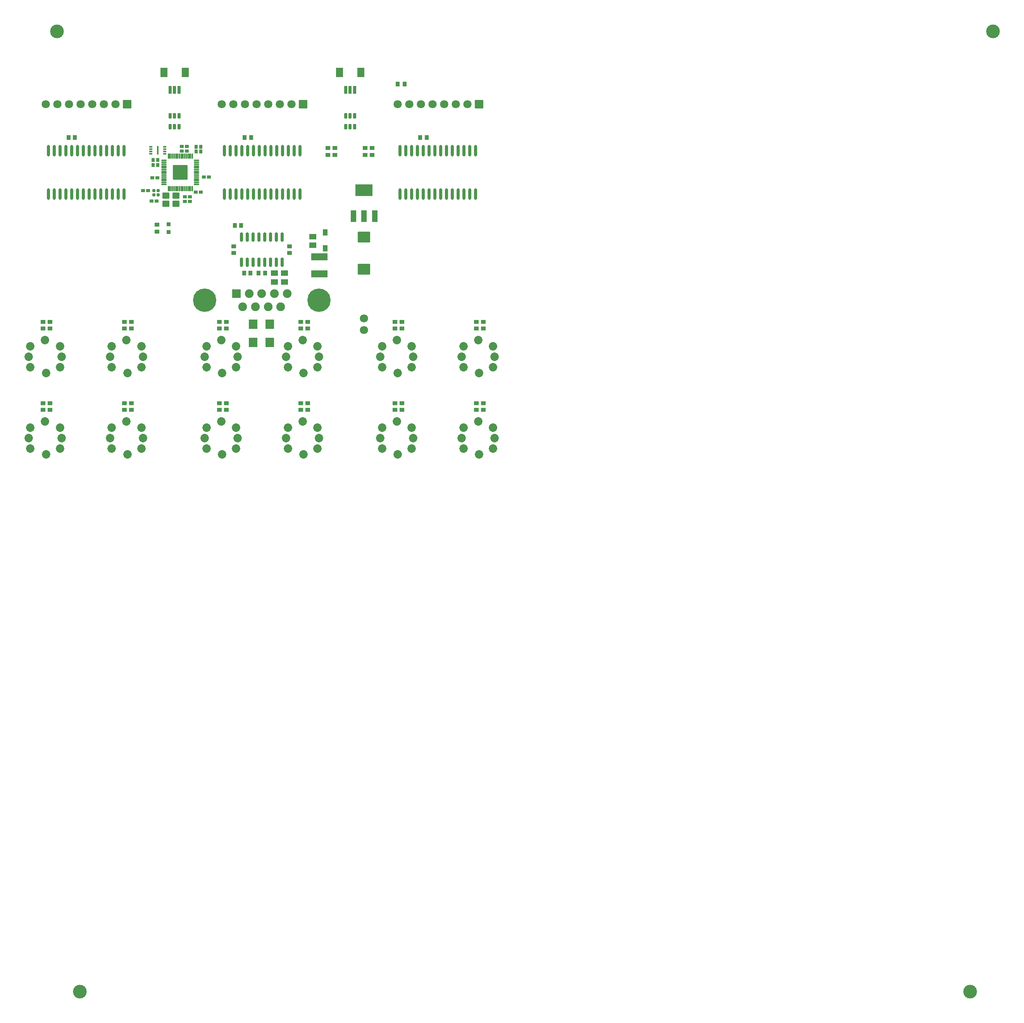
<source format=gts>
G04 Layer: TopSolderMaskLayer*
G04 EasyEDA v6.5.29, 2023-07-19 22:01:03*
G04 8eb2f2613b91424b8de75a29ec9d0e09,5a6b42c53f6a479593ecc07194224c93,10*
G04 Gerber Generator version 0.2*
G04 Scale: 100 percent, Rotated: No, Reflected: No *
G04 Dimensions in millimeters *
G04 leading zeros omitted , absolute positions ,4 integer and 5 decimal *
%FSLAX45Y45*%
%MOMM*%

%AMMACRO1*1,1,$1,$2,$3*1,1,$1,$4,$5*1,1,$1,0-$2,0-$3*1,1,$1,0-$4,0-$5*20,1,$1,$2,$3,$4,$5,0*20,1,$1,$4,$5,0-$2,0-$3,0*20,1,$1,0-$2,0-$3,0-$4,0-$5,0*20,1,$1,0-$4,0-$5,$2,$3,0*4,1,4,$2,$3,$4,$5,0-$2,0-$3,0-$4,0-$5,$2,$3,0*%
%ADD10MACRO1,0.1016X-0.266X0.536X0.266X0.536*%
%ADD11MACRO1,0.1016X-0.4X0.45X0.4X0.45*%
%ADD12MACRO1,0.1016X0.45X0.4X0.45X-0.4*%
%ADD13MACRO1,0.1016X0.432X-0.4032X-0.432X-0.4032*%
%ADD14MACRO1,0.1016X0.432X0.4032X-0.432X0.4032*%
%ADD15MACRO1,0.1016X-0.4032X-0.432X-0.4032X0.432*%
%ADD16MACRO1,0.1016X0.4032X-0.432X0.4032X0.432*%
%ADD17MACRO1,0.1016X0.6885X0.5663X-0.6885X0.5663*%
%ADD18MACRO1,0.1016X0.6885X-0.5663X-0.6885X-0.5663*%
%ADD19MACRO1,0.1016X0.475X0.6X0.475X-0.6*%
%ADD20MACRO1,0.1016X-0.525X-1.2325X0.525X-1.2325*%
%ADD21MACRO1,0.1016X1.77X-1.2325X-1.77X-1.2325*%
%ADD22MACRO1,0.1016X1.296X-1.1038X-1.296X-1.1038*%
%ADD23MACRO1,0.1016X1.296X1.1038X-1.296X1.1038*%
%ADD24MACRO1,0.1016X0.27X-0.395X-0.27X-0.395*%
%ADD25MACRO1,0.1016X0.27X0.395X-0.27X0.395*%
%ADD26MACRO1,0.1016X0.395X0.27X0.395X-0.27*%
%ADD27MACRO1,0.1016X-0.395X0.27X-0.395X-0.27*%
%ADD28MACRO1,0.1016X-0.27X0.395X0.27X0.395*%
%ADD29MACRO1,0.1016X-0.27X-0.395X0.27X-0.395*%
%ADD30MACRO1,0.1016X0.7X-0.6X0.7X0.6*%
%ADD31MACRO1,0.1016X-0.7X-0.6X-0.7X0.6*%
%ADD32MACRO1,0.1016X-0.7X0.6X-0.7X-0.6*%
%ADD33MACRO1,0.1016X0.7X0.6X0.7X-0.6*%
%ADD34MACRO1,0.1X-0.55X0.1X0.55X0.1*%
%ADD35MACRO1,0.1X-0.1X-0.55X-0.1X0.55*%
%ADD36MACRO1,0.1X0.55X-0.1X-0.55X-0.1*%
%ADD37MACRO1,0.1X0.1X0.55X0.1X-0.55*%
%ADD38MACRO1,0.1X-1.55X1.55X1.55X1.55*%
%ADD39MACRO1,0.1016X-0.395X-0.27X-0.395X0.27*%
%ADD40MACRO1,0.1016X0.395X-0.27X0.395X0.27*%
%ADD41MACRO1,0.1016X-0.3X0.14X0.3X0.14*%
%ADD42MACRO1,0.1016X0.15X-0.85X-0.15X-0.85*%
%ADD43MACRO1,0.1016X0.275X-0.275X-0.275X-0.275*%
%ADD44MACRO1,0.1016X0.3X-0.775X-0.3X-0.775*%
%ADD45MACRO1,0.1016X0.75X-1X-0.75X-1*%
%ADD46MACRO1,0.1016X-0.4X0.4X0.4X0.4*%
%ADD47MACRO1,0.1016X1.7496X-0.7033X-1.7496X-0.7033*%
%ADD48MACRO1,0.1016X1.7496X0.7033X-1.7496X0.7033*%
%ADD49O,0.7036053999999999X2.0725892000000004*%
%ADD50MACRO1,0.1016X-0.9X-1X-0.9X1*%
%ADD51MACRO1,0.1016X-0.85X-0.85X0.85X-0.85*%
%ADD52C,1.8016*%
%ADD53C,1.8532*%
%ADD54MACRO1,0.1016X-0.432X0.4032X0.432X0.4032*%
%ADD55MACRO1,0.1016X-0.432X-0.4032X0.432X-0.4032*%
%ADD56O,0.6755891999999999X2.4896064*%
%ADD57C,1.9016*%
%ADD58C,5.1016*%
%ADD59MACRO1,0.1016X-0.9X0.9X0.9X0.9*%
%ADD60C,3.0000*%
%ADD61C,0.0128*%

%LPD*%
D10*
G01*
X14421104Y8368690D03*
G01*
X14516100Y8368690D03*
G01*
X14611095Y8368690D03*
G01*
X14611095Y8598509D03*
G01*
X14516100Y8598509D03*
G01*
X14421104Y8598509D03*
D11*
G01*
X8502799Y8128000D03*
G01*
X8362800Y8128000D03*
G01*
X12350899Y8128000D03*
G01*
X12210900Y8128000D03*
G01*
X16186299Y8128000D03*
G01*
X16046300Y8128000D03*
G01*
X12134999Y6210300D03*
G01*
X11995000Y6210300D03*
D12*
G01*
X11976100Y5606900D03*
G01*
X11976100Y5746899D03*
G01*
X13195300Y5606900D03*
G01*
X13195300Y5746899D03*
D11*
G01*
X12338199Y5168900D03*
G01*
X12198200Y5168900D03*
G01*
X12655699Y5168900D03*
G01*
X12515700Y5168900D03*
D13*
G01*
X10299700Y6222124D03*
D14*
G01*
X10299700Y6071475D03*
D15*
G01*
X15709024Y9296400D03*
D16*
G01*
X15558375Y9296400D03*
D10*
G01*
X10585704Y8368690D03*
G01*
X10680700Y8368690D03*
G01*
X10775695Y8368690D03*
G01*
X10775695Y8598509D03*
G01*
X10680700Y8598509D03*
G01*
X10585704Y8598509D03*
D17*
G01*
X13703296Y5770773D03*
D18*
G01*
X13703296Y5964026D03*
D19*
G01*
X13970000Y5710097D03*
G01*
X13970000Y6050102D03*
D20*
G01*
X14590900Y6407150D03*
G01*
X14820900Y6407150D03*
G01*
X15050899Y6407150D03*
D21*
G01*
X14820900Y6978650D03*
D22*
G01*
X14820900Y5951824D03*
D23*
G01*
X14820900Y5249575D03*
D24*
G01*
X11150600Y7928505D03*
D25*
G01*
X11150600Y7819494D03*
D26*
G01*
X10842094Y7835900D03*
D27*
G01*
X10951105Y7835900D03*
D28*
G01*
X11252200Y7819494D03*
D29*
G01*
X11252200Y7928505D03*
D30*
G01*
X10494502Y6684109D03*
D31*
G01*
X10714502Y6684109D03*
D32*
G01*
X10714502Y6854111D03*
D33*
G01*
X10494502Y6854111D03*
D26*
G01*
X10181696Y6743697D03*
D27*
G01*
X10290708Y6743697D03*
D26*
G01*
X10905594Y6731000D03*
D27*
G01*
X11014605Y6731000D03*
D26*
G01*
X10905594Y6832600D03*
D27*
G01*
X11014605Y6832600D03*
D34*
G01*
X10452693Y7626004D03*
G01*
X10452693Y7585999D03*
G01*
X10452693Y7545994D03*
G01*
X10452693Y7505989D03*
G01*
X10452693Y7466009D03*
G01*
X10452693Y7426004D03*
G01*
X10452693Y7385999D03*
G01*
X10452693Y7345994D03*
G01*
X10452693Y7305989D03*
G01*
X10452693Y7266010D03*
G01*
X10452693Y7226005D03*
G01*
X10452693Y7186000D03*
G01*
X10452693Y7145995D03*
G01*
X10452693Y7105990D03*
D35*
G01*
X10547708Y7011001D03*
G01*
X10587687Y7011001D03*
G01*
X10627692Y7011001D03*
G01*
X10667697Y7011001D03*
G01*
X10707702Y7011001D03*
G01*
X10747707Y7011001D03*
G01*
X10787687Y7011001D03*
G01*
X10827692Y7011001D03*
G01*
X10867697Y7011001D03*
G01*
X10907702Y7011001D03*
G01*
X10947707Y7011001D03*
G01*
X10987686Y7011001D03*
G01*
X11027691Y7011001D03*
G01*
X11067696Y7011001D03*
D36*
G01*
X11162710Y7105990D03*
G01*
X11162710Y7145995D03*
G01*
X11162710Y7186000D03*
G01*
X11162710Y7226005D03*
G01*
X11162710Y7266010D03*
G01*
X11162710Y7305989D03*
G01*
X11162710Y7345994D03*
G01*
X11162710Y7385999D03*
G01*
X11162710Y7426004D03*
G01*
X11162710Y7466009D03*
G01*
X11162710Y7505989D03*
G01*
X11162710Y7545994D03*
G01*
X11162710Y7585999D03*
G01*
X11162710Y7626004D03*
D37*
G01*
X11067696Y7720992D03*
G01*
X11027691Y7720992D03*
G01*
X10987686Y7720992D03*
G01*
X10947707Y7720992D03*
G01*
X10907702Y7720992D03*
G01*
X10867697Y7720992D03*
G01*
X10827692Y7720992D03*
G01*
X10787687Y7720992D03*
G01*
X10747707Y7720992D03*
G01*
X10707702Y7720992D03*
G01*
X10667697Y7720992D03*
G01*
X10627692Y7720992D03*
G01*
X10587687Y7720992D03*
G01*
X10547708Y7720992D03*
D38*
G01*
X10807697Y7366002D03*
D39*
G01*
X10951105Y7937500D03*
D40*
G01*
X10842094Y7937500D03*
D26*
G01*
X11146894Y6934200D03*
D27*
G01*
X11255905Y6934200D03*
D26*
G01*
X11324694Y7264400D03*
D27*
G01*
X11433705Y7264400D03*
D41*
G01*
X10463141Y7773596D03*
G01*
X10463141Y7823608D03*
G01*
X10463141Y7873596D03*
G01*
X10463141Y7923608D03*
G01*
X10161658Y7773596D03*
G01*
X10161658Y7823608D03*
G01*
X10161658Y7873596D03*
G01*
X10161658Y7923608D03*
D42*
G01*
X10312397Y7848600D03*
D24*
G01*
X10312402Y7636400D03*
D25*
G01*
X10312402Y7527389D03*
D24*
G01*
X10210802Y7636400D03*
D25*
G01*
X10210802Y7527389D03*
D39*
G01*
X10303405Y7251700D03*
D40*
G01*
X10194394Y7251700D03*
D39*
G01*
X10100205Y6972300D03*
D40*
G01*
X9991194Y6972300D03*
D43*
G01*
X10321804Y6873974D03*
G01*
X10321804Y6968990D03*
G01*
X10226781Y6968995D03*
G01*
X10226782Y6873974D03*
D44*
G01*
X10780699Y9166148D03*
G01*
X10680700Y9166148D03*
G01*
X10580700Y9166148D03*
D45*
G01*
X10450699Y9553648D03*
G01*
X10910698Y9553648D03*
D44*
G01*
X14616099Y9166148D03*
G01*
X14516100Y9166148D03*
G01*
X14416100Y9166148D03*
D45*
G01*
X14286099Y9553648D03*
G01*
X14746098Y9553648D03*
D46*
G01*
X10553700Y6061710D03*
G01*
X10553700Y6231889D03*
D47*
G01*
X13843000Y5519333D03*
D48*
G01*
X13843000Y5148666D03*
D49*
G01*
X12141200Y5403342D03*
G01*
X12268200Y5403342D03*
G01*
X12395200Y5403342D03*
G01*
X12522200Y5403342D03*
G01*
X12649200Y5403342D03*
G01*
X12776200Y5403342D03*
G01*
X12903200Y5403342D03*
G01*
X13030200Y5403342D03*
G01*
X12141200Y5950457D03*
G01*
X12268200Y5950457D03*
G01*
X12395200Y5950457D03*
G01*
X12522200Y5950457D03*
G01*
X12649200Y5950457D03*
G01*
X12776200Y5950457D03*
G01*
X12903200Y5950457D03*
G01*
X13030200Y5950457D03*
D13*
G01*
X7810500Y4101224D03*
D14*
G01*
X7810500Y3950575D03*
D13*
G01*
X7962900Y4101224D03*
D14*
G01*
X7962900Y3950575D03*
D13*
G01*
X9588500Y4101224D03*
D14*
G01*
X9588500Y3950575D03*
D13*
G01*
X9740900Y4101224D03*
D14*
G01*
X9740900Y3950575D03*
D13*
G01*
X7962900Y2323224D03*
D14*
G01*
X7962900Y2172575D03*
D13*
G01*
X7810500Y2323224D03*
D14*
G01*
X7810500Y2172575D03*
D13*
G01*
X9588500Y2323224D03*
D14*
G01*
X9588500Y2172575D03*
D13*
G01*
X9740900Y2323224D03*
D14*
G01*
X9740900Y2172575D03*
D13*
G01*
X11658600Y4101224D03*
D14*
G01*
X11658600Y3950575D03*
D13*
G01*
X11811000Y4101224D03*
D14*
G01*
X11811000Y3950575D03*
D13*
G01*
X13436600Y4101224D03*
D14*
G01*
X13436600Y3950575D03*
D13*
G01*
X13589000Y4101224D03*
D14*
G01*
X13589000Y3950575D03*
D13*
G01*
X11658600Y2323224D03*
D14*
G01*
X11658600Y2172575D03*
D13*
G01*
X11811000Y2323224D03*
D14*
G01*
X11811000Y2172575D03*
D13*
G01*
X13436600Y2323224D03*
D14*
G01*
X13436600Y2172575D03*
D13*
G01*
X13589000Y2323224D03*
D14*
G01*
X13589000Y2172575D03*
D13*
G01*
X15494000Y4101224D03*
D14*
G01*
X15494000Y3950575D03*
D13*
G01*
X15646400Y4101224D03*
D14*
G01*
X15646400Y3950575D03*
D13*
G01*
X17272000Y4101224D03*
D14*
G01*
X17272000Y3950575D03*
D13*
G01*
X17424400Y4101224D03*
D14*
G01*
X17424400Y3950575D03*
D13*
G01*
X15494000Y2323224D03*
D14*
G01*
X15494000Y2172575D03*
D13*
G01*
X15646400Y2323224D03*
D14*
G01*
X15646400Y2172575D03*
D13*
G01*
X17272000Y2323224D03*
D14*
G01*
X17272000Y2172575D03*
D13*
G01*
X17424400Y2323224D03*
D14*
G01*
X17424400Y2172575D03*
D50*
G01*
X12763500Y3648100D03*
G01*
X12763500Y4048099D03*
G01*
X12395200Y3648100D03*
G01*
X12395200Y4048099D03*
D18*
G01*
X12865100Y5167304D03*
D17*
G01*
X12865100Y4967295D03*
D18*
G01*
X13081000Y5167304D03*
D17*
G01*
X13081000Y4967295D03*
D51*
G01*
X9645281Y8857381D03*
D52*
G01*
X9391294Y8857386D03*
G01*
X9137294Y8857386D03*
G01*
X8883294Y8857386D03*
G01*
X8629294Y8857386D03*
G01*
X8375294Y8857386D03*
G01*
X8121294Y8857386D03*
G01*
X7867294Y8857386D03*
D51*
G01*
X13488474Y8857381D03*
D52*
G01*
X13234466Y8857386D03*
G01*
X12980466Y8857386D03*
G01*
X12726466Y8857386D03*
G01*
X12472466Y8857386D03*
G01*
X12218466Y8857386D03*
G01*
X11964466Y8857386D03*
G01*
X11710466Y8857386D03*
D51*
G01*
X17331667Y8857381D03*
D52*
G01*
X17077664Y8857386D03*
G01*
X16823664Y8857386D03*
G01*
X16569664Y8857386D03*
G01*
X16315664Y8857386D03*
G01*
X16061664Y8857386D03*
G01*
X15807664Y8857386D03*
G01*
X15553664Y8857386D03*
D53*
G01*
X8178800Y3111500D03*
G01*
X7528788Y3111500D03*
G01*
X8178800Y3561511D03*
G01*
X7528788Y3561511D03*
G01*
X7853806Y3696487D03*
G01*
X8213801Y3336493D03*
G01*
X7874000Y2984500D03*
G01*
X7493000Y3340100D03*
G01*
X9956800Y3111500D03*
G01*
X9306788Y3111500D03*
G01*
X9956800Y3561511D03*
G01*
X9306788Y3561511D03*
G01*
X9631806Y3696487D03*
G01*
X9991801Y3336493D03*
G01*
X9652000Y2984500D03*
G01*
X9271000Y3340100D03*
G01*
X8178800Y1333500D03*
G01*
X7528788Y1333500D03*
G01*
X8178800Y1783511D03*
G01*
X7528788Y1783511D03*
G01*
X7853806Y1918487D03*
G01*
X8213801Y1558493D03*
G01*
X7874000Y1206500D03*
G01*
X7493000Y1562100D03*
G01*
X9956800Y1333500D03*
G01*
X9306788Y1333500D03*
G01*
X9956800Y1783511D03*
G01*
X9306788Y1783511D03*
G01*
X9631806Y1918487D03*
G01*
X9991801Y1558493D03*
G01*
X9652000Y1206500D03*
G01*
X9271000Y1562100D03*
G01*
X12026900Y3111500D03*
G01*
X11376888Y3111500D03*
G01*
X12026900Y3561511D03*
G01*
X11376888Y3561511D03*
G01*
X11701906Y3696487D03*
G01*
X12061901Y3336493D03*
G01*
X11722100Y2984500D03*
G01*
X11341100Y3340100D03*
G01*
X13804900Y3111500D03*
G01*
X13154888Y3111500D03*
G01*
X13804900Y3561511D03*
G01*
X13154888Y3561511D03*
G01*
X13479906Y3696487D03*
G01*
X13839901Y3336493D03*
G01*
X13500100Y2984500D03*
G01*
X13119100Y3340100D03*
G01*
X12026900Y1333500D03*
G01*
X11376888Y1333500D03*
G01*
X12026900Y1783511D03*
G01*
X11376888Y1783511D03*
G01*
X11701906Y1918487D03*
G01*
X12061901Y1558493D03*
G01*
X11722100Y1206500D03*
G01*
X11341100Y1562100D03*
G01*
X13804900Y1333500D03*
G01*
X13154888Y1333500D03*
G01*
X13804900Y1783511D03*
G01*
X13154888Y1783511D03*
G01*
X13479906Y1918487D03*
G01*
X13839901Y1558493D03*
G01*
X13500100Y1206500D03*
G01*
X13119100Y1562100D03*
G01*
X15862300Y3111500D03*
G01*
X15212288Y3111500D03*
G01*
X15862300Y3561511D03*
G01*
X15212288Y3561511D03*
G01*
X15537306Y3696487D03*
G01*
X15897301Y3336493D03*
G01*
X15557500Y2984500D03*
G01*
X15176500Y3340100D03*
G01*
X17640300Y3111500D03*
G01*
X16990288Y3111500D03*
G01*
X17640300Y3561511D03*
G01*
X16990288Y3561511D03*
G01*
X17315306Y3696487D03*
G01*
X17675301Y3336493D03*
G01*
X17335500Y2984500D03*
G01*
X16954500Y3340100D03*
G01*
X15862300Y1333500D03*
G01*
X15212288Y1333500D03*
G01*
X15862300Y1783511D03*
G01*
X15212288Y1783511D03*
G01*
X15537306Y1918487D03*
G01*
X15897301Y1558493D03*
G01*
X15557500Y1206500D03*
G01*
X15176500Y1562100D03*
G01*
X17640300Y1333500D03*
G01*
X16990288Y1333500D03*
G01*
X17640300Y1783511D03*
G01*
X16990288Y1783511D03*
G01*
X17315306Y1918487D03*
G01*
X17675301Y1558493D03*
G01*
X17335500Y1206500D03*
G01*
X16954500Y1562100D03*
D54*
G01*
X14033500Y7747875D03*
D55*
G01*
X14033500Y7898524D03*
D54*
G01*
X14185900Y7747875D03*
D55*
G01*
X14185900Y7898524D03*
D56*
G01*
X13423900Y7840395D03*
G01*
X13296900Y7840395D03*
G01*
X13169900Y7840395D03*
G01*
X13042900Y7840395D03*
G01*
X12915900Y7840395D03*
G01*
X12788900Y7840395D03*
G01*
X12661900Y7840395D03*
G01*
X12534900Y7840395D03*
G01*
X12407900Y7840395D03*
G01*
X12280900Y7840395D03*
G01*
X12153900Y7840395D03*
G01*
X12026900Y7840395D03*
G01*
X11899900Y7840395D03*
G01*
X11772900Y7840395D03*
G01*
X13423900Y6891604D03*
G01*
X13296900Y6891604D03*
G01*
X13169900Y6891604D03*
G01*
X13042900Y6891604D03*
G01*
X12915900Y6891604D03*
G01*
X12788900Y6891604D03*
G01*
X12661900Y6891604D03*
G01*
X12534900Y6891604D03*
G01*
X12407900Y6891604D03*
G01*
X12280900Y6891604D03*
G01*
X12153900Y6891604D03*
G01*
X12026900Y6891604D03*
G01*
X11899900Y6891604D03*
G01*
X11772900Y6891604D03*
G01*
X9575800Y7840395D03*
G01*
X9448800Y7840395D03*
G01*
X9321800Y7840395D03*
G01*
X9194800Y7840395D03*
G01*
X9067800Y7840395D03*
G01*
X8940800Y7840395D03*
G01*
X8813800Y7840395D03*
G01*
X8686800Y7840395D03*
G01*
X8559800Y7840395D03*
G01*
X8432800Y7840395D03*
G01*
X8305800Y7840395D03*
G01*
X8178800Y7840395D03*
G01*
X8051800Y7840395D03*
G01*
X7924800Y7840395D03*
G01*
X9575800Y6891604D03*
G01*
X9448800Y6891604D03*
G01*
X9321800Y6891604D03*
G01*
X9194800Y6891604D03*
G01*
X9067800Y6891604D03*
G01*
X8940800Y6891604D03*
G01*
X8813800Y6891604D03*
G01*
X8686800Y6891604D03*
G01*
X8559800Y6891604D03*
G01*
X8432800Y6891604D03*
G01*
X8305800Y6891604D03*
G01*
X8178800Y6891604D03*
G01*
X8051800Y6891604D03*
G01*
X7924800Y6891604D03*
G01*
X17259300Y7840395D03*
G01*
X17132300Y7840395D03*
G01*
X17005300Y7840395D03*
G01*
X16878300Y7840395D03*
G01*
X16751300Y7840395D03*
G01*
X16624300Y7840395D03*
G01*
X16497300Y7840395D03*
G01*
X16370300Y7840395D03*
G01*
X16243300Y7840395D03*
G01*
X16116300Y7840395D03*
G01*
X15989300Y7840395D03*
G01*
X15862300Y7840395D03*
G01*
X15735300Y7840395D03*
G01*
X15608300Y7840395D03*
G01*
X17259300Y6891604D03*
G01*
X17132300Y6891604D03*
G01*
X17005300Y6891604D03*
G01*
X16878300Y6891604D03*
G01*
X16751300Y6891604D03*
G01*
X16624300Y6891604D03*
G01*
X16497300Y6891604D03*
G01*
X16370300Y6891604D03*
G01*
X16243300Y6891604D03*
G01*
X16116300Y6891604D03*
G01*
X15989300Y6891604D03*
G01*
X15862300Y6891604D03*
G01*
X15735300Y6891604D03*
G01*
X15608300Y6891604D03*
D54*
G01*
X14998700Y7747875D03*
D55*
G01*
X14998700Y7898524D03*
D54*
G01*
X14846300Y7747875D03*
D55*
G01*
X14846300Y7898524D03*
D57*
G01*
X12585649Y4713986D03*
D58*
G01*
X11335689Y4572025D03*
D59*
G01*
X12031649Y4713985D03*
D57*
G01*
X12308636Y4713986D03*
G01*
X12862636Y4713986D03*
G01*
X13139648Y4714011D03*
G01*
X12170156Y4429988D03*
G01*
X12447143Y4429988D03*
G01*
X12724155Y4429988D03*
G01*
X13001142Y4429988D03*
D58*
G01*
X13835684Y4572025D03*
D52*
G01*
X14820900Y4178300D03*
G01*
X14820900Y3924300D03*
D60*
G01*
X8111998Y10451998D03*
G01*
X28556000Y10451998D03*
G01*
X8611997Y-10543997D03*
G01*
X28056001Y-10543997D03*
M02*

</source>
